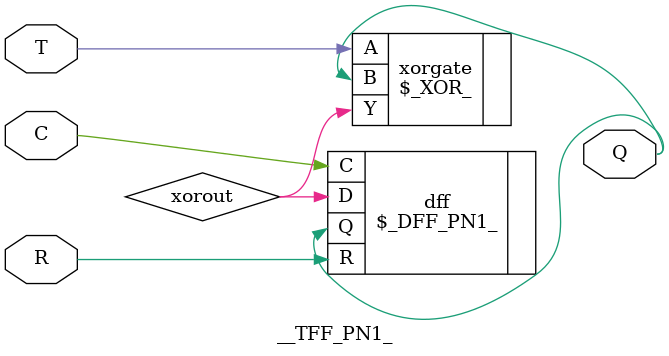
<source format=v>
module __TFF_PN1_ (T, C, R, Q);
	input T, C, R;
	output wire Q;
	wire xorout;
	$_XOR_ xorgate (
		.A(T),
		.B(Q),
		.Y(xorout),
	);
	$_DFF_PN1_ dff (
		.C(C),
		.D(xorout),
		.Q(Q),
		.R(R),
	);
endmodule
</source>
